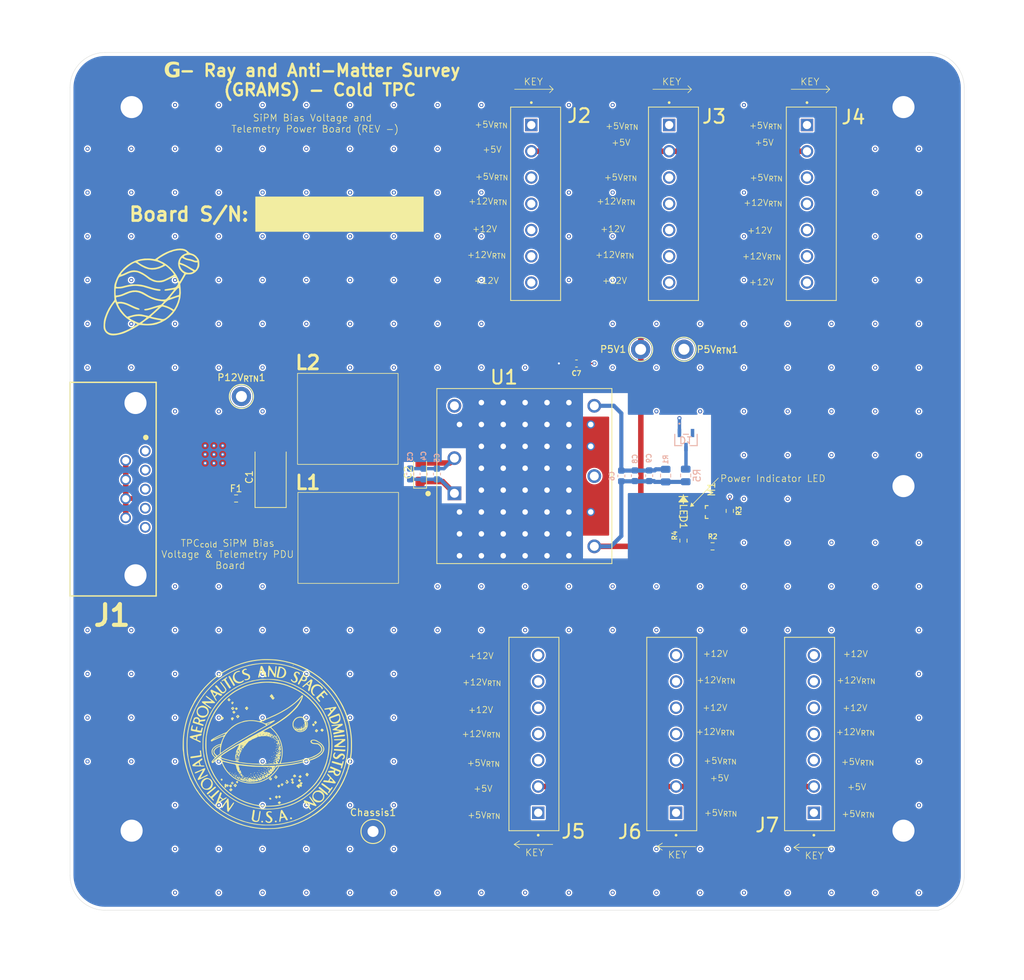
<source format=kicad_pcb>
(kicad_pcb (version 20241229) (generator "pcbnew") (generator_version "9.0")
  (layers (0 "F.Cu" signal) (4 "In1.Cu" signal) (6 "In2.Cu" signal) (8 "In3.Cu" signal) (10 "In4.Cu" signal) (2 "B.Cu" signal) (13 "F.Paste" user) (15 "B.Paste" user) (5 "F.SilkS" user "F.Silkscreen") (7 "B.SilkS" user "B.Silkscreen") (1 "F.Mask" user) (3 "B.Mask" user) (25 "Edge.Cuts" user))
  (net 0 "")
  (net 1 "Net-(C1-Pad1)")
  (net 2 "/V_SEC_RTN")
  (net 3 "/Telem_PWR_Single_Rail/V_POS")
  (net 4 "/V_P5V")
  (net 5 "CHASSIS")
  (net 6 "/V_SEC_IN")
  (net 9 "/Telem_PWR_Single_Rail/V_RTN")
  (net 10 "/V_P5V_RTN")
  (net 11 "Net-(LED1-Pad2)")
  (net 12 "Net-(LED1-Pad1)")
  (net 13 "Net-(M1-Pad1)")
  (net 16 "Net-(D1-C)")
  (footprint "Capacitor_Tantalum_SMD:CP_EIA-7343-20_Kemet-V" (layer "F.Cu") (at 255.17 193.69 90)
    (property "Reference" "C1")
    (property "Value" "100uF")
  )
  (footprint "MountingHole:MountingHole_3.2mm_M3_Pad" (layer "F.Cu") (at 235 140)
    (property "Reference" "H6")
    (property "Value" "MountingHole_Pad")
  )
  (footprint "Capacitor_Tantalum_SMD:CP_EIA-3216-12_Kemet-S" (layer "F.Cu") (at 276.860221 192.990657 90)
    (property "Reference" "C2")
    (property "Value" "10uF")
  )
  (footprint "Wurth_Elektronik:PHOENIX_1803471" (layer "F.Cu") (at 297 245 90)
    (property "Reference" "J5")
    (property "Value" "1803471")
  )
  (footprint "MountingHole:MountingHole_3.2mm_M3_Pad" (layer "F.Cu") (at 347 195)
    (property "Reference" "H5")
    (property "Value" "MountingHole_Pad")
  )
  (footprint "Resistor_SMD:R_0603_1608Metric" (layer "F.Cu") (at 315.076825 202.908175 -90)
    (property "Reference" "R4")
    (property "Value" "200")
  )
  (footprint "Wurth_Elektronik:PHOENIX_1803471" (layer "F.Cu") (at 317 245 90)
    (property "Reference" "J6")
    (property "Value" "1803471")
  )
  (footprint "Wurth_Elektronik:PHOENIX_1803471" (layer "F.Cu") (at 290 140 -90)
    (property "Reference" "J2")
    (property "Value" "1803471")
  )
  (footprint "Capacitor_SMD:C_0603_1608Metric" (layer "F.Cu") (at 299.550221 177.203157 180)
    (property "Reference" "C7")
    (property "Value" "0.1uF")
  )
  (footprint "TestPoint:TestPoint_Keystone_5005-5009_Compact" (layer "F.Cu") (at 315.15 175.14)
    (property "Reference" "P5V_{RTN}1")
    (property "Value" "TestPoint")
  )
  (footprint "Wurth_Elektronik:618009231221" (layer "F.Cu") (at 229.26 195.44 -90)
    (property "Reference" "J1")
    (property "Value" "618009231221")
  )
  (footprint "MountingHole:MountingHole_3.2mm_M3_Pad" (layer "F.Cu") (at 347 245)
    (property "Reference" "H2")
    (property "Value" "MountingHole_Pad")
  )
  (footprint "Wurth_Elektronik:PHOENIX_1803471" (layer "F.Cu") (at 337 245 90)
    (property "Reference" "J7")
    (property "Value" "1803471")
  )
  (footprint "MountingHole:MountingHole_3.2mm_M3_Pad" (layer "F.Cu") (at 235 245)
    (property "Reference" "H1")
    (property "Value" "MountingHole_Pad")
  )
  (footprint "CoilCraft:MLC1538-" (layer "F.Cu") (at 273.67 186.891 90)
    (property "Reference" "L2")
    (property "Value" "1.5uH")
  )
  (footprint "Wurth_Elektronik:PHOENIX_1803471" (layer "F.Cu") (at 330 140 -90)
    (property "Reference" "J4")
    (property "Value" "1803471")
  )
  (footprint "Resistor_SMD:R_0603_1608Metric" (layer "F.Cu") (at 319.296825 203.738175)
    (property "Reference" "R2")
    (property "Value" "49.9k")
  )
  (footprint "TestPoint:TestPoint_Keystone_5005-5009_Compact" (layer "F.Cu") (at 250.93 181.99)
    (property "Reference" "P12V_{RTN}1")
    (property "Value" "TestPoint")
  )
  (footprint "NASA_Meatball:NASA-Meatball-3" (layer "F.Cu") (at 254.635 232.41)
    (property "Reference" "G***" (hide yes))
    (property "Value" "LOGO" (hide yes))
  )
  (footprint "Wurth_Elektronik:LED_0AS75000_WRE" (layer "F.Cu") (at 315.066825 199.398175 -90)
    (property "Reference" "LED1")
    (property "Value" "150060AS75000")
  )
  (footprint "TestPoint:TestPoint_Keystone_5005-5009_Compact" (layer "F.Cu") (at 308.86 175.16)
    (property "Reference" "P5V1")
    (property "Value" "TestPoint")
  )
  (footprint "CUI:CONV_PDQ10-Q24-S3-D" (layer "F.Cu") (at 291.987721 193.543157 90)
    (property "Reference" "U1")
    (property "Value" "PDQ10-Q24-S5-D")
  )
  (footprint "Toshiba_Semi:SSM_TOS" (layer "F.Cu") (at 318.776825 198.758175 90)
    (property "Reference" "M1")
    (property "Value" "SSM3K15AFS_LF")
  )
  (footprint "Resistor_SMD:R_0603_1608Metric" (layer "F.Cu") (at 250.160221 196.793157)
    (property "Reference" "F1")
    (property "Value" "Fuse")
  )
  (footprint "Wurth_Elektronik:PHOENIX_1803471" (layer "F.Cu") (at 310 140 -90)
    (property "Reference" "J3")
    (property "Value" "1803471")
  )
  (footprint "CoilCraft:MLC1538-" (layer "F.Cu") (at 273.73 204.161 90)
    (property "Reference" "L1")
    (property "Value" "1.5uH")
  )
  (footprint "TestPoint:TestPoint_Keystone_5005-5009_Compact" (layer "F.Cu") (at 270.03 245.11)
    (property "Reference" "Chassis1")
    (property "Value" "TestPoint")
  )
  (footprint "NASA_Meatball:Orbit_Image" (layer "F.Cu") (at 237.778501 166.52426)
    (property "Reference" "G***" (hide yes))
    (property "Value" "LOGO" (hide yes))
  )
  (footprint "MountingHole:MountingHole_3.2mm_M3_Pad" (layer "F.Cu") (at 347 140)
    (property "Reference" "H3")
    (property "Value" "MountingHole_Pad")
  )
  (footprint "Resistor_SMD:R_0603_1608Metric" (layer "F.Cu") (at 321.796825 198.598175 -90)
    (property "Reference" "R3")
    (property "Value" "49.9k")
  )
  (footprint "Capacitor_SMD:C_0603_1608Metric" (layer "B.Cu") (at 277.370221 193.243157 90)
    (property "Reference" "C4")
    (property "Value" "0.1uF")
  )
  (footprint "Capacitor_SMD:C_0603_1608Metric" (layer "B.Cu") (at 275.430221 193.233157 90)
    (property "Reference" "C3")
    (property "Value" "1uF")
  )
  (footprint "Nexperia:PLVA650A_215_NEX" (layer "B.Cu") (at 315.44 188.3025)
    (property "Reference" "D1")
    (property "Value" "PLVA653A_215")
  )
  (footprint "Capacitor_SMD:C_0603_1608Metric" (layer "B.Cu") (at 310.100221 193.493157 90)
    (property "Reference" "C9")
    (property "Value" "1uF")
  )
  (footprint "Resistor_SMD:R_0805_2012Metric" (layer "B.Cu") (at 315.4 193.4525 90)
    (property "Reference" "R5")
    (property "Value" "10")
  )
  (footprint "Capacitor_SMD:C_0603_1608Metric" (layer "B.Cu") (at 306.060221 193.523157 90)
    (property "Reference" "C6")
    (property "Value" "0.01uF")
  )
  (footprint "Capacitor_SMD:C_0603_1608Metric" (layer "B.Cu") (at 279.300221 193.243157 90)
    (property "Reference" "C5")
    (property "Value" "0.01uF")
  )
  (footprint "Resistor_SMD:R_0805_2012Metric" (layer "B.Cu") (at 312.490221 193.473157 90)
    (property "Reference" "R1")
    (property "Value" "(DNI)")
  )
  (footprint "Capacitor_SMD:C_0603_1608Metric" (layer "B.Cu") (at 308.030221 193.493157 90)
    (property "Reference" "C8")
    (property "Value" "0.1uF")
  )
  (gr_line (start 290.576 137.414) (end 296.164 137.414) (stroke (width 0.1)) (layer "F.SilkS"))
  (gr_poly (pts (xy 253.002 153.04) (xy 253.002 158.04) (xy 277.32 158.04) (xy 277.32 153.04)) (stroke (width 0.1)) (fill yes) (layer "F.SilkS"))
  (gr_line (start 335.788 137.922) (end 336.296 137.414) (stroke (width 0.1)) (layer "F.SilkS"))
  (gr_line (start 310.642 137.414) (end 316.23 137.414) (stroke (width 0.1)) (layer "F.SilkS"))
  (gr_line (start 296.104 246.99) (end 290.516 246.99) (stroke (width 0.1)) (layer "F.SilkS"))
  (gr_line (start 330.708 137.414) (end 336.296 137.414) (stroke (width 0.1)) (layer "F.SilkS"))
  (gr_line (start 316.105 197.95) (end 320.135 193.83) (stroke (width 0.1)) (layer "F.SilkS"))
  (gr_line (start 312.008 247.818) (end 311.246 247.31) (stroke (width 0.1)) (layer "F.SilkS"))
  (gr_line (start 296.164 137.414) (end 295.656 136.906) (stroke (width 0.1)) (layer "F.SilkS"))
  (gr_line (start 331.858 247.938) (end 331.096 247.43) (stroke (width 0.1)) (layer "F.SilkS"))
  (gr_line (start 295.656 137.922) (end 296.164 137.414) (stroke (width 0.1)) (layer "F.SilkS"))
  (gr_line (start 290.516 246.99) (end 291.278 246.482) (stroke (width 0.1)) (layer "F.SilkS"))
  (gr_poly (pts (xy 316.105 197.95) (xy 316.23 197.45) (xy 316.57 197.87)) (stroke (width 0.1)) (fill yes) (layer "F.SilkS"))
  (gr_line (start 316.834 247.31) (end 311.246 247.31) (stroke (width 0.1)) (layer "F.SilkS"))
  (gr_line (start 291.278 247.498) (end 290.516 246.99) (stroke (width 0.1)) (layer "F.SilkS"))
  (gr_line (start 336.296 137.414) (end 335.788 136.906) (stroke (width 0.1)) (layer "F.SilkS"))
  (gr_line (start 315.722 137.922) (end 316.23 137.414) (stroke (width 0.1)) (layer "F.SilkS"))
  (gr_line (start 316.23 137.414) (end 315.722 136.906) (stroke (width 0.1)) (layer "F.SilkS"))
  (gr_line (start 336.684 247.43) (end 331.096 247.43) (stroke (width 0.1)) (layer "F.SilkS"))
  (gr_line (start 311.246 247.31) (end 312.008 246.802) (stroke (width 0.1)) (layer "F.SilkS"))
  (gr_line (start 331.096 247.43) (end 331.858 246.922) (stroke (width 0.1)) (layer "F.SilkS"))
  (gr_line (start 355.817898 195.58) (end 355.817898 137.16) (stroke (width 0.05)) (layer "Edge.Cuts"))
  (gr_arc (start 231.14 256.54) (mid 227.547898 255.052102) (end 226.06 251.46) (stroke (width 0.05)) (layer "Edge.Cuts"))
  (gr_arc (start 355.823675 251.46) (mid 354.775101 254.625925) (end 352.044 256.539999) (stroke (width 0.05)) (layer "Edge.Cuts"))
  (gr_line (start 226.06 195.58) (end 226.06 137.16) (stroke (width 0.05)) (layer "Edge.Cuts"))
  (gr_line (start 347.98 256.54) (end 350.52 256.54) (stroke (width 0.05)) (layer "Edge.Cuts"))
  (gr_line (start 347.98 256.54) (end 231.14 256.54) (stroke (width 0.05)) (layer "Edge.Cuts"))
  (gr_line (start 352.044 256.539999) (end 350.52 256.54) (stroke (width 0.05)) (layer "Edge.Cuts"))
  (gr_line (start 231.14 132.08) (end 350.737898 132.08) (stroke (width 0.05)) (layer "Edge.Cuts"))
  (gr_arc (start 350.737898 132.08) (mid 354.33 133.567898) (end 355.817898 137.16) (stroke (width 0.05)) (layer "Edge.Cuts"))
  (gr_arc (start 226.06 137.16) (mid 227.547898 133.567898) (end 231.14 132.08) (stroke (width 0.05)) (layer "Edge.Cuts"))
  (gr_line (start 226.06 251.46) (end 226.06 195.58) (stroke (width 0.05)) (layer "Edge.Cuts"))
  (gr_line (start 355.817898 251.46) (end 355.817898 195.58) (stroke (width 0.05)) (layer "Edge.Cuts"))
  (gr_text "+12V_{RTN}" (at 283.81 154.19 0) (layer "F.SilkS") (effects (font (size 0.9 0.9) (thickness 0.1)) (justify left bottom)))
  (gr_text "+5V_{RTN}" (at 283.6 235.7 0) (layer "F.SilkS") (effects (font (size 0.9 0.9) (thickness 0.1)) (justify left bottom)))
  (gr_text "+5V_{RTN}" (at 318.02 242.93 0) (layer "F.SilkS") (effects (font (size 0.9 0.9) (thickness 0.1)) (justify left bottom)))
  (gr_text "SiPM Bias Voltage and \nTelemetry Power Board (REV -)" (at 261.62 143.764 0) (layer "F.SilkS") (effects (font (size 1 1) (thickness 0.1)) (justify bottom)))
  (gr_text "+12V_{RTN}" (at 283.62 161.96 0) (layer "F.SilkS") (effects (font (size 0.9 0.9) (thickness 0.1)) (justify left bottom)))
  (gr_text "KEY" (at 292.04 248.768 0) (layer "F.SilkS") (effects (font (size 1 1) (thickness 0.1)) (justify left bottom)))
  (gr_text "+12V" (at 303.22 165.71 0) (layer "F.SilkS") (effects (font (size 0.9 0.9) (thickness 0.1)) (justify left bottom)))
  (gr_text "+12V" (at 338.1 227.7 0) (layer "F.SilkS") (effects (font (size 0.9 0.9) (thickness 0.1)) (justify left bottom)))
  (gr_text "KEY" (at 312.77 249.088 0) (layer "F.SilkS") (effects (font (size 1 1) (thickness 0.1)) (justify left bottom)))
  (gr_text "+12V_{RTN}" (at 302.41 154.19 0) (layer "F.SilkS") (effects (font (size 0.9 0.9) (thickness 0.1)) (justify left bottom)))
  (gr_text "+5V_{RTN}" (at 284.79 150.61 0) (layer "F.SilkS") (effects (font (size 0.9 0.9) (thickness 0.1)) (justify left bottom)))
  (gr_text "+5V" (at 318.86 237.89 0) (layer "F.SilkS") (effects (font (size 0.9 0.9) (thickness 0.1)) (justify left bottom)))
  (gr_text "+5V_{RTN}" (at 337.9 235.53 0) (layer "F.SilkS") (effects (font (size 0.9 0.9) (thickness 0.1)) (justify left bottom)))
  (gr_text "+5V_{RTN}" (at 303.5 150.71 0) (layer "F.SilkS") (effects (font (size 0.9 0.9) (thickness 0.1)) (justify left bottom)))
  (gr_text "+12V" (at 283.79 227.99 0) (layer "F.SilkS") (effects (font (size 0.9 0.9) (thickness 0.1)) (justify left bottom)))
  (gr_text "+5V" (at 285.87 146.68 0) (layer "F.SilkS") (effects (font (size 0.9 0.9) (thickness 0.1)) (justify left bottom)))
  (gr_text "+12V" (at 284.62 165.71 0) (layer "F.SilkS") (effects (font (size 0.9 0.9) (thickness 0.1)) (justify left bottom)))
  (gr_text "+5V_{RTN}" (at 317.95 235.37 0) (layer "F.SilkS") (effects (font (size 0.9 0.9) (thickness 0.1)) (justify left bottom)))
  (gr_text "+12V" (at 284.36 158.21 0) (layer "F.SilkS") (effects (font (size 0.9 0.9) (thickness 0.1)) (justify left bottom)))
  (gr_text "+12V_{RTN}" (at 323.73 154.4 0) (layer "F.SilkS") (effects (font (size 0.9 0.9) (thickness 0.1)) (justify left bottom)))
  (gr_text "+12V" (at 324.28 158.42 0) (layer "F.SilkS") (effects (font (size 0.9 0.9) (thickness 0.1)) (justify left bottom)))
  (gr_text "+12V_{RTN}" (at 302.22 161.96 0) (layer "F.SilkS") (effects (font (size 0.9 0.9) (thickness 0.1)) (justify left bottom)))
  (gr_text "+5V" (at 304.57 145.67 0) (layer "F.SilkS") (effects (font (size 0.9 0.9) (thickness 0.1)) (justify left bottom)))
  (gr_text "+12V" (at 338.17 219.87 0) (layer "F.SilkS") (effects (font (size 0.9 0.9) (thickness 0.1)) (justify left bottom)))
  (gr_text "+12V_{RTN}" (at 323.54 162.17 0) (layer "F.SilkS") (effects (font (size 0.9 0.9) (thickness 0.1)) (justify left bottom)))
  (gr_text "+12V" (at 283.86 220.16 0) (layer "F.SilkS") (effects (font (size 0.9 0.9) (thickness 0.1)) (justify left bottom)))
  (gr_text "+5V_{RTN}" (at 337.97 243.09 0) (layer "F.SilkS") (effects (font (size 0.9 0.9) (thickness 0.1)) (justify left bottom)))
  (gr_text "KEY" (at 331.978 136.906 0) (layer "F.SilkS") (effects (font (size 1 1) (thickness 0.1)) (justify left bottom)))
  (gr_text "+5V_{RTN}" (at 324.63 150.76 0) (layer "F.SilkS") (effects (font (size 0.9 0.9) (thickness 0.1)) (justify left bottom)))
  (gr_text "+12V" (at 317.78 227.67 0) (layer "F.SilkS") (effects (font (size 0.9 0.9) (thickness 0.1)) (justify left bottom)))
  (gr_text "KEY" (at 332.62 249.208 0) (layer "F.SilkS") (effects (font (size 1 1) (thickness 0.1)) (justify left bottom)))
  (gr_text "+12V_{RTN}" (at 337.24 223.69 0) (layer "F.SilkS") (effects (font (size 0.9 0.9) (thickness 0.1)) (justify left bottom)))
  (gr_text "+5V" (at 284.55 239.42 0) (layer "F.SilkS") (effects (font (size 0.9 0.9) (thickness 0.1)) (justify left bottom)))
  (gr_text "Power Indicator LED" (at 320.34 194.48 0) (layer "F.SilkS") (effects (font (size 1 1) (thickness 0.1)) (justify left bottom)))
  (gr_text "+12V" (at 302.96 158.21 0) (layer "F.SilkS") (effects (font (size 0.9 0.9) (thickness 0.1)) (justify left bottom)))
  (gr_text "+12V_{RTN}" (at 316.83 231.16 0) (layer "F.SilkS") (effects (font (size 0.9 0.9) (thickness 0.1)) (justify left bottom)))
  (gr_text "+5V" (at 338.78 239.18 0) (layer "F.SilkS") (effects (font (size 0.9 0.9) (thickness 0.1)) (justify left bottom)))
  (gr_text "KEY" (at 311.912 136.906 0) (layer "F.SilkS") (effects (font (size 1 1) (thickness 0.1)) (justify left bottom)))
  (gr_text "+12V" (at 317.85 219.84 0) (layer "F.SilkS") (effects (font (size 0.9 0.9) (thickness 0.1)) (justify left bottom)))
  (gr_text "Board S/N:" (at 234.442 156.718 0) (layer "F.SilkS") (effects (font (size 2 2) (thickness 0.4) (bold yes)) (justify left bottom)))
  (gr_text "+5V" (at 325.35 145.67 0) (layer "F.SilkS") (effects (font (size 0.9 0.9) (thickness 0.1)) (justify left bottom)))
  (gr_text "- Ray and Anti-Matter Survey\n(GRAMS) - Cold TPC" (at 262.32 138.53 0) (layer "F.SilkS") (effects (font (size 1.75 1.75) (thickness 0.35) (bold yes)) (justify bottom)))
  (gr_text "+5V_{RTN}" (at 324.56 143.2 0) (layer "F.SilkS") (effects (font (size 0.9 0.9) (thickness 0.1)) (justify left bottom)))
  (gr_text "KEY" (at 291.846 136.906 0) (layer "F.SilkS") (effects (font (size 1 1) (thickness 0.1)) (justify left bottom)))
  (gr_text "+5V_{RTN}" (at 284.72 143.05 0) (layer "F.SilkS") (effects (font (size 0.9 0.9) (thickness 0.1)) (justify left bottom)))
  (gr_text "+12V_{RTN}" (at 316.92 223.66 0) (layer "F.SilkS") (effects (font (size 0.9 0.9) (thickness 0.1)) (justify left bottom)))
  (gr_text "+5V_{RTN}" (at 283.67 243.26 0) (layer "F.SilkS") (effects (font (size 0.9 0.9) (thickness 0.1)) (justify left bottom)))
  (gr_text "+5V_{RTN}" (at 303.69 143.28 0) (layer "F.SilkS") (effects (font (size 0.9 0.9) (thickness 0.1)) (justify left bottom)))
  (gr_text "+12V_{RTN}" (at 282.84 231.48 0) (layer "F.SilkS") (effects (font (size 0.9 0.9) (thickness 0.1)) (justify left bottom)))
  (gr_text "G" (at 239.65 136.05 0) (layer "F.SilkS") (effects (font (size 2.2 2.2) (thickness 0.5) (bold yes)) (justify left bottom)))
  (gr_text "+12V_{RTN}" (at 282.93 223.98 0) (layer "F.SilkS") (effects (font (size 0.9 0.9) (thickness 0.1)) (justify left bottom)))
  (gr_text "+12V_{RTN}" (at 337.15 231.19 0) (layer "F.SilkS") (effects (font (size 0.9 0.9) (thickness 0.1)) (justify left bottom)))
  (gr_text "TPC_{cold} SiPM Bias \nVoltage & Telemetry PDU \nBoard" (at 249.31 207.09 0) (layer "F.SilkS") (effects (font (size 1 1) (thickness 0.1)) (justify bottom)))
  (gr_text "+12V" (at 324.54 165.92 0) (layer "F.SilkS") (effects (font (size 0.9 0.9) (thickness 0.1)) (justify left bottom)))
  (segment (start 257.061 202.461) (end 255.17 200.57) (width 0.8) (layer "F.Cu") (net 1))
  (segment (start 261.63 202.461) (end 257.061 202.461) (width 0.8) (layer "F.Cu") (net 1))
  (segment (start 255.17 196.8025) (end 250.994564 196.8025) (width 0.8) (layer "F.Cu") (net 1))
  (segment (start 255.17 200.57) (end 255.17 196.8025) (width 0.8) (layer "F.Cu") (net 1))
  (segment (start 250.994564 196.8025) (end 250.985221 196.793157) (width 0.8) (layer "F.Cu") (net 1))
  (segment (start 255.17 186.74) (end 255.17 190.5775) (width 0.8) (layer "F.Cu") (net 2))
  (segment (start 256.719 185.191) (end 255.17 186.74) (width 0.8) (layer "F.Cu") (net 2))
  (segment (start 255.17 190.5775) (end 245.8475 190.5775) (width 0.8) (layer "F.Cu") (net 2))
  (segment (start 245.8475 190.5775) (end 245.67 190.4) (width 0.8) (layer "F.Cu") (net 2))
  (segment (start 261.57 185.191) (end 256.719 185.191) (width 0.8) (layer "F.Cu") (net 2))
  (via (at 336.55 247.65) (size 0.6) (drill 0.3) (layers "F.Cu" "B.Cu") (net 2))
  (via (at 245.67 190.4) (size 0.6) (drill 0.3) (layers "F.Cu" "B.Cu") (net 2))
  (via (at 323.85 165.1) (size 0.6) (drill 0.3) (layers "F.Cu" "B.Cu") (net 2))
  (via (at 304.8 209.55) (size 0.6) (drill 0.3) (layers "F.Cu" "B.Cu") (net 2))
  (via (at 273.05 152.4) (size 0.6) (drill 0.3) (layers "F.Cu" "B.Cu") (net 2))
  (via (at 323.85 215.9) (size 0.6) (drill 0.3) (layers "F.Cu" "B.Cu") (net 2))
  (via (at 336.55 171.45) (size 0.6) (drill 0.3) (layers "F.Cu" "B.Cu") (net 2))
  (via (at 317.5 209.55) (size 0.6) (drill 0.3) (layers "F.Cu" "B.Cu") (net 2))
  (via (at 323.85 209.55) (size 0.6) (drill 0.3) (layers "F.Cu" "B.Cu") (net 2))
  (via (at 247.65 158.75) (size 0.6) (drill 0.3) (layers "F.Cu" "B.Cu") (net 2))
  (via (at 323.85 177.8) (size 0.6) (drill 0.3) (layers "F.Cu" "B.Cu") (net 2))
  (via (at 228.6 222.25) (size 0.6) (drill 0.3) (layers "F.Cu" "B.Cu") (net 2))
  (via (at 241.3 171.45) (size 0.6) (drill 0.3) (layers "F.Cu" "B.Cu") (net 2))
  (via (at 285.75 215.9) (size 0.6) (drill 0.3) (layers "F.Cu" "B.Cu") (net 2))
  (via (at 285.75 171.45) (size 0.6) (drill 0.3) (layers "F.Cu" "B.Cu") (net 2))
  (via (at 254 228.6) (size 0.6) (drill 0.3) (layers "F.Cu" "B.Cu") (net 2))
  (via (at 311.15 171.45) (size 0.6) (drill 0.3) (layers "F.Cu" "B.Cu") (net 2))
  (via (at 279.4 165.1) (size 0.6) (drill 0.3) (layers "F.Cu" "B.Cu") (net 2))
  (via (at 273.05 139.7) (size 0.6) (drill 0.3) (layers "F.Cu" "B.Cu") (net 2))
  (via (at 323.85 190.5) (size 0.6) (drill 0.3) (layers "F.Cu" "B.Cu") (net 2))
  (via (at 273.05 228.6) (size 0.6) (drill 0.3) (layers "F.Cu" "B.Cu") (net 2))
  (via (at 266.7 171.45) (size 0.6) (drill 0.3) (layers "F.Cu" "B.Cu") (net 2))
  (via (at 266.7 158.75) (size 0.6) (drill 0.3) (layers "F.Cu" "B.Cu") (net 2))
  (via (at 273.05 165.1) (size 0.6) (drill 0.3) (layers "F.Cu" "B.Cu") (net 2))
  (via (at 247.65 254) (size 0.6) (drill 0.3) (layers "F.Cu" "B.Cu") (net 2))
  (via (at 273.05 158.75) (size 0.6) (drill 0.3) (layers "F.Cu" "B.Cu") (net 2))
  (via (at 260.35 165.1) (size 0.6) (drill 0.3) (layers "F.Cu" "B.Cu") (net 2))
  (via (at 349.25 203.2) (size 0.6) (drill 0.3) (layers "F.Cu" "B.Cu") (net 2))
  (via (at 349.25 152.4) (size 0.6) (drill 0.3) (layers "F.Cu" "B.Cu") (net 2))
  (via (at 273.05 241.3) (size 0.6) (drill 0.3) (layers "F.Cu" "B.Cu") (net 2))
  (via (at 248.21 190.4) (size 0.6) (drill 0.3) (layers "F.Cu" "B.Cu") (net 2))
  (via (at 323.85 184.15) (size 0.6) (drill 0.3) (layers "F.Cu" "B.Cu") (net 2))
  (via (at 311.15 184.15) (size 0.6) (drill 0.3) (layers "F.Cu" "B.Cu") (net 2))
  (via (at 330.2 184.15) (size 0.6) (drill 0.3) (layers "F.Cu" "B.Cu") (net 2))
  (via (at 241.3 228.6) (size 0.6) (drill 0.3) (layers "F.Cu" "B.Cu") (net 2))
  (via (at 266.7 139.7) (size 0.6) (drill 0.3) (layers "F.Cu" "B.Cu") (net 2))
  (via (at 273.05 222.25) (size 0.6) (drill 0.3) (layers "F.Cu" "B.Cu") (net 2))
  (via (at 241.3 177.8) (size 0.6) (drill 0.3) (layers "F.Cu" "B.Cu") (net 2))
  (via (at 330.2 247.65) (size 0.6) (drill 0.3) (layers "F.Cu" "B.Cu") (net 2))
  (via (at 317.5 254) (size 0.6) (drill 0.3) (layers "F.Cu" "B.Cu") (net 2))
  (via (at 273.05 234.95) (size 0.6) (drill 0.3) (layers "F.Cu" "B.Cu") (net 2))
  (via (at 342.9 152.4) (size 0.6) (drill 0.3) (layers "F.Cu" "B.Cu") (net 2))
  (via (at 292.1 254) (size 0.6) (drill 0.3) (layers "F.Cu" "B.Cu") (net 2))
  (via (at 349.25 171.45) (size 0.6) (drill 0.3) (layers "F.Cu" "B.Cu") (net 2))
  (via (at 304.8 171.45) (size 0.6) (drill 0.3) (layers "F.Cu" "B.Cu") (net 2))
  (via (at 349.25 254) (size 0.6) (drill 0.3) (layers "F.Cu" "B.Cu") (net 2))
  (via (at 336.55 254) (size 0.6) (drill 0.3) (layers "F.Cu" "B.Cu") (net 2))
  (via (at 260.35 139.7) (size 0.6) (drill 0.3) (layers "F.Cu" "B.Cu") (net 2))
  (via (at 317.5 247.65) (size 0.6) (drill 0.3) (layers "F.Cu" "B.Cu") (net 2))
  (via (at 266.7 247.65) (size 0.6) (drill 0.3) (layers "F.Cu" "B.Cu") (net 2))
  (via (at 342.9 171.45) (size 0.6) (drill 0.3) (layers "F.Cu" "B.Cu") (net 2))
  (via (at 304.8 158.75) (size 0.6) (drill 0.3) (layers "F.Cu" "B.Cu") (net 2))
  (via (at 246.94 191.67) (size 0.6) (drill 0.3) (layers "F.Cu" "B.Cu") (net 2))
  (via (at 342.9 146.05) (size 0.6) (drill 0.3) (layers "F.Cu" "B.Cu") (net 2))
  (via (at 336.55 209.55) (size 0.6) (drill 0.3) (layers "F.Cu" "B.Cu") (net 2))
  (via (at 279.4 209.55) (size 0.6) (drill 0.3) (layers "F.Cu" "B.Cu") (net 2))
  (via (at 304.8 177.8) (size 0.6) (drill 0.3) (layers "F.Cu" "B.Cu") (net 2))
  (via (at 254 146.05) (size 0.6) (drill 0.3) (layers "F.Cu" "B.Cu") (net 2))
  (via (at 247.65 184.15) (size 0.6) (drill 0.3) (layers "F.Cu" "B.Cu") (net 2))
  (via (at 285.75 254) (size 0.6) (drill 0.3) (layers "F.Cu" "B.Cu") (net 2))
  (via (at 228.6 152.4) (size 0.6) (drill 0.3) (layers "F.Cu" "B.Cu") (net 2))
  (via (at 311.15 254) (size 0.6) (drill 0.3) (layers "F.Cu" "B.Cu") (net 2))
  (via (at 247.65 209.55) (size 0.6) (drill 0.3) (layers "F.Cu" "B.Cu") (net 2))
  (via (at 241.3 139.7) (size 0.6) (drill 0.3) (layers "F.Cu" "B.Cu") (net 2))
  (via (at 292.1 215.9) (size 0.6) (drill 0.3) (layers "F.Cu" "B.Cu") (net 2))
  (via (at 266.7 177.8) (size 0.6) (drill 0.3) (layers "F.Cu" "B.Cu") (net 2))
  (via (at 247.65 215.9) (size 0.6) (drill 0.3) (layers "F.Cu" "B.Cu") (net 2))
  (via (at 330.2 190.5) (size 0.6) (drill 0.3) (layers "F.Cu" "B.Cu") (net 2))
  (via (at 273.05 171.45) (size 0.6) (drill 0.3) (layers "F.Cu" "B.Cu") (net 2))
  (via (at 241.3 234.95) (size 0.6) (drill 0.3) (layers "F.Cu" "B.Cu") (net 2))
  (via (at 241.3 165.1) (size 0.6) (drill 0.3) (layers "F.Cu" "B.Cu") (net 2))
  (via (at 254 177.8) (size 0.6) (drill 0.3) (layers "F.Cu" "B.Cu") (net 2))
  (via (at 298.45 254) (size 0.6) (drill 0.3) (layers "F.Cu" "B.Cu") (net 2))
  (via (at 266.7 152.4) (size 0.6) (drill 0.3) (layers "F.Cu" "B.Cu") (net 2))
  (via (at 241.3 152.4) (size 0.6) (drill 0.3) (layers "F.Cu" "B.Cu") (net 2))
  (via (at 247.65 177.8) (size 0.6) (drill 0.3) (layers "F.Cu" "B.Cu") (net 2))
  (via (at 247.65 234.95) (size 0.6) (drill 0.3) (layers "F.Cu" "B.Cu") (net 2))
  (via (at 247.65 165.1) (size 0.6) (drill 0.3) (layers "F.Cu" "B.Cu") (net 2))
  (via (at 260.35 171.45) (size 0.6) (drill 0.3) (layers "F.Cu" "B.Cu") (net 2))
  (via (at 273.05 215.9) (size 0.6) (drill 0.3) (layers "F.Cu" "B.Cu") (net 2))
  (via (at 260.35 234.95) (size 0.6) (drill 0.3) (layers "F.Cu" "B.Cu") (net 2))
  (via (at 241.3 254) (size 0.6) (drill 0.3) (layers "F.Cu" "B.Cu") (net 2))
  (via (at 330.2 177.8) (size 0.6) (drill 0.3) (layers "F.Cu" "B.Cu") (net 2))
  (via (at 260.35 222.25) (size 0.6) (drill 0.3) (layers "F.Cu" "B.Cu") (net 2))
  (via (at 254 165.1) (size 0.6) (drill 0.3) (layers "F.Cu" "B.Cu") (net 2))
  (via (at 298.45 209.55) (size 0.6) (drill 0.3) (layers "F.Cu" "B.Cu") (net 2))
  (via (at 254 222.25) (size 0.6) (drill 0.3) (layers "F.Cu" "B.Cu") (net 2))
  (via (at 254 184.15) (size 0.6) (drill 0.3) (layers "F.Cu" "B.Cu") (net 2))
  (via (at 266.7 165.1) (size 0.6) (drill 0.3) (layers "F.Cu" "B.Cu") (net 2))
  (via (at 330.2 209.55) (size 0.6) (drill 0.3) (layers "F.Cu" "B.Cu") (net 2))
  (via (at 245.67 189.13) (size 0.6) (drill 0.3) (layers "F.Cu" "B.Cu") (net 2))
  (via (at 254 209.55) (size 0.6) (drill 0.3) (layers "F.Cu" "B.Cu") (net 2))
  (via (at 349.25 146.05) (size 0.6) (drill 0.3) (layers "F.Cu" "B.Cu") (net 2))
  (via (at 336.55 215.9) (size 0.6) (drill 0.3) (layers "F.Cu" "B.Cu") (net 2))
  (via (at 342.9 203.2) (size 0.6) (drill 0.3) (layers "F.Cu" "B.Cu") (net 2))
  (via (at 279.4 146.05) (size 0.6) (drill 0.3) (layers "F.Cu" "B.Cu") (net 2))
  (via (at 241.3 222.25) (size 0.6) (drill 0.3) (layers "F.Cu" "B.Cu") (net 2))
  (via (at 349.25 241.3) (size 0.6) (drill 0.3) (layers "F.Cu" "B.Cu") (net 2))
  (via (at 349.25 177.8) (size 0.6) (drill 0.3) (layers "F.Cu" "B.Cu") (net 2))
  (via (at 273.05 247.65) (size 0.6) (drill 0.3) (layers "F.Cu" "B.Cu") (net 2))
  (via (at 342.9 209.55) (size 0.6) (drill 0.3) (layers "F.Cu" "B.Cu") (net 2))
  (via (at 254 215.9) (size 0.6) (drill 0.3) (layers "F.Cu" "B.Cu") (net 2))
  (via (at 304.8 254) (size 0.6) (drill 0.3) (layers "F.Cu" "B.Cu") (net 2))
  (via (at 279.4 254) (size 0.6) (drill 0.3) (layers "F.Cu" "B.Cu") (net 2))
  (via (at 311.15 215.9) (size 0.6) (drill 0.3) (layers "F.Cu" "B.Cu") (net 2))
  (via (at 260.35 254) (size 0.6) (drill 0.3) (layers "F.Cu" "B.Cu") (net 2))
  (via (at 254 247.65) (size 0.6) (drill 0.3) (layers "F.Cu" "B.Cu") (net 2))
  (via (at 234.95 177.8) (size 0.6) (drill 0.3) (layers "F.Cu" "B.Cu") (net 2))
  (via (at 336.55 190.5) (size 0.6) (drill 0.3) (layers "F.Cu" "B.Cu") (net 2))
  (via (at 241.3 184.15) (size 0.6) (drill 0.3) (layers "F.Cu" "B.Cu") (net 2))
  (via (at 228.6 171.45) (size 0.6) (drill 0.3) (layers "F.Cu" "B.Cu") (net 2))
  (via (at 311.15 209.55) (size 0.6) (drill 0.3) (layers "F.Cu" "B.Cu") (net 2))
  (via (at 323.85 196.85) (size 0.6) (drill 0.3) (layers "F.Cu" "B.Cu") (net 2))
  (via (at 234.95 165.1) (size 0.6) (drill 0.3) (layers "F.Cu" "B.Cu") (net 2))
  (via (at 241.3 247.65) (size 0.6) (drill 0.3) (layers "F.Cu" "B.Cu") (net 2))
  (via (at 279.4 171.45) (size 0.6) (drill 0.3) (layers "F.Cu" "B.Cu") (net 2))
  (via (at 260.35 228.6) (size 0.6) (drill 0.3) (layers "F.Cu" "B.Cu") (net 2))
  (via (at 349.25 215.9) (size 0.6) (drill 0.3) (layers "F.Cu" "B.Cu") (net 2))
  (via (at 266.7 241.3) (size 0.6) (drill 0.3) (layers "F.Cu" "B.Cu") (net 2))
  (via (at 254 158.75) (size 0.6) (drill 0.3) (layers "F.Cu" "B.Cu") (net 2))
  (via (at 247.65 171.45) (size 0.6) (drill 0.3) (layers "F.Cu" "B.Cu") (net 2))
  (via (at 323.85 203.2) (size 0.6) (drill 0.3) (layers "F.Cu" "B.Cu") (net 2))
  (via (at 285.75 158.75) (size 0.6) (drill 0.3) (layers "F.Cu" "B.Cu") (net 2))
  (via (at 247.65 228.6) (size 0.6) (drill 0.3) (layers "F.Cu" "B.Cu") (net 2))
  (via (at 285.75 139.7) (size 0.6) (drill 0.3) (layers "F.Cu" "B.Cu") (net 2))
  (via (at 234.95 171.45) (size 0.6) (drill 0.3) (layers "F.Cu" "B.Cu") (net 2))
  (via (at 254 254) (size 0.6) (drill 0.3) (layers "F.Cu" "B.Cu") (net 2))
  (via (at 247.65 222.25) (size 0.6) (drill 0.3) (layers "F.Cu" "B.Cu") (net 2))
  (via (at 304.8 139.7) (size 0.6) (drill 0.3) (layers "F.Cu" "B.Cu") (net 2))
  (via (at 260.35 247.65) (size 0.6) (drill 0.3) (layers "F.Cu" "B.Cu") (net 2))
  (via (at 336.55 184.15) (size 0.6) (drill 0.3) (layers "F.Cu" "B.Cu") (net 2))
  (via (at 260.35 158.75) (size 0.6) (drill 0.3) (layers "F.Cu" "B.Cu") (net 2))
  (via (at 285.75 209.55) (size 0.6) (drill 0.3) (layers "F.Cu" "B.Cu") (net 2))
  (via (at 285.75 152.4) (size 0.6) (drill 0.3) (layers "F.Cu" "B.Cu") (net 2))
  (via (at 342.9 158.75) (size 0.6) (drill 0.3) (layers "F.Cu" "B.Cu") (net 2))
  (via (at 349.25 190.5) (size 0.6) (drill 0.3) (layers "F.Cu" "B.Cu") (net 2))
  (via (at 342.9 165.1) (size 0.6) (drill 0.3) (layers "F.Cu" "B.Cu") (net 2))
  (via (at 234.95 215.9) (size 0.6) (drill 0.3) (layers "F.Cu" "B.Cu") (net 2))
  (via (at 342.9 190.5) (size 0.6) (drill 0.3) (layers "F.Cu" "B.Cu") (net 2))
  (via (at 349.25 234.95) (size 0.6) (drill 0.3) (layers "F.Cu" "B.Cu") (net 2))
  (via (at 342.9 177.8) (size 0.6) (drill 0.3) (layers "F.Cu" "B.Cu") (net 2))
  (via (at 317.5 184.15) (size 0.6) (drill 0.3) (layers "F.Cu" "B.Cu") (net 2))
  (via (at 273.05 177.8) (size 0.6) (drill 0.3) (layers "F.Cu" "B.Cu") (net 2))
  (via (at 228.6 146.05) (size 0.6) (drill 0.3) (layers "F.Cu" "B.Cu") (net 2))
  (via (at 234.95 158.75) (size 0.6) (drill 0.3) (layers "F.Cu" "B.Cu") (net 2))
  (via (at 279.4 152.4) (size 0.6) (drill 0.3) (layers "F.Cu" "B.Cu") (net 2))
  (via (at 266.7 254) (size 0.6) (drill 0.3) (layers "F.Cu" "B.Cu") (net 2))
  (via (at 273.05 146.05) (size 0.6) (drill 0.3) (layers "F.Cu" "B.Cu") (net 2))
  (via (at 254 234.95) (size 0.6) (drill 0.3) (layers "F.Cu" "B.Cu") (net 2))
  (via (at 245.67 191.67) (size 0.6) (drill 0.3) (layers "F.Cu" "B.Cu") (net 2))
  (via (at 234.95 234.95) (size 0.6) (drill 0.3) (layers "F.Cu" "B.Cu") (net 2))
  (via (at 330.2 203.2) (size 0.6) (drill 0.3) (layers "F.Cu" "B.Cu") (net 2))
  (via (at 228.6 215.9) (size 0.6) (drill 0.3) (layers "F.Cu" "B.Cu") (net 2))
  (via (at 241.3 241.3) (size 0.6) (drill 0.3) (layers "F.Cu" "B.Cu") (net 2))
  (via (at 317.5 177.8) (size 0.6) (drill 0.3) (layers "F.Cu" "B.Cu") (net 2))
  (via (at 241.3 158.75) (size 0.6) (drill 0.3) (layers "F.Cu" "B.Cu") (net 2))
  (via (at 247.65 139.7) (size 0.6) (drill 0.3) (layers "F.Cu" "B.Cu") (net 2))
  (via (at 241.3 209.55) (size 0.6) (drill 0.3) (layers "F.Cu" "B.Cu") (net 2))
  (via (at 260.35 146.05) (size 0.6) (drill 0.3) (layers "F.Cu" "B.Cu") (net 2))
  (via (at 304.8 152.4) (size 0.6) (drill 0.3) (layers "F.Cu" "B.Cu") (net 2))
  (via (at 323.85 171.45) (size 0.6) (drill 0.3) (layers "F.Cu" "B.Cu") (net 2))
  (via (at 279.4 139.7) (size 0.6) (drill 0.3) (layers "F.Cu" "B.Cu") (net 2))
  (via (at 323.85 254) (size 0.6) (drill 0.3) (layers "F.Cu" "B.Cu") (net 2))
  (via (at 234.95 222.25) (size 0.6) (drill 0.3) (layers "F.Cu" "B.Cu") (net 2))
  (via (at 323.85 152.4) (size 0.6) (drill 0.3) (layers "F.Cu" "B.Cu") (net 2))
  (via (at 330.2 196.85) (size 0.6) (drill 0.3) (layers "F.Cu" "B.Cu") (net 2))
  (via (at 330.2 215.9) (size 0.6) (drill 0.3) (layers "F.Cu" "B.Cu") (net 2))
  (via (at 247.65 241.3) (size 0.6) (drill 0.3) (layers "F.Cu" "B.Cu") (net 2))
  (via (at 349.25 158.75) (size 0.6) (drill 0.3) (layers "F.Cu" "B.Cu") (net 2))
  (via (at 260.35 215.9) (size 0.6) (drill 0.3) (layers "F.Cu" "B.Cu") (net 2))
  (via (at 279.4 177.8) (size 0.6) (drill 0.3) (layers "F.Cu" "B.Cu") (net 2))
  (via (at 260.35 152.4) (size 0.6) (drill 0.3) (layers "F.Cu" "B.Cu") (net 2))
  (via (at 311.15 177.8) (size 0.6) (drill 0.3) (layers "F.Cu" "B.Cu") (net 2))
  (via (at 234.95 228.6) (size 0.6) (drill 0.3) (layers "F.Cu" "B.Cu") (net 2))
  (via (at 260.35 241.3) (size 0.6) (drill 0.3) (layers "F.Cu" "B.Cu") (net 2))
  (via (at 247.65 152.4) (size 0.6) (drill 0.3) (layers "F.Cu" "B.Cu") (net 2))
  (via (at 241.3 215.9) (size 0.6) (drill 0.3) (layers "F.Cu" "B.Cu") (net 2))
  (via (at 246.94 189.13) (size 0.6) (drill 0.3) (layers "F.Cu" "B.Cu") (net 2))
  (via (at 248.21 191.67) (size 0.6) (drill 0.3) (layers "F.Cu" "B.Cu") (net 2))
  (via (at 246.94 190.4) (size 0.6) (drill 0.3) (layers "F.Cu" "B.Cu") (net 2))
  (via (at 254 139.7) (size 0.6) (drill 0.3) (layers "F.Cu" "B.Cu") (net 2))
  (via (at 342.9 254) (size 0.6) (drill 0.3) (layers "F.Cu" "B.Cu") (net 2))
  (via (at 330.2 171.45) (size 0.6) (drill 0.3) (layers "F.Cu" "B.Cu") (net 2))
  (via (at 349.25 209.55) (size 0.6) (drill 0.3) (layers "F.Cu" "B.Cu") (net 2))
  (via (at 323.85 139.7) (size 0.6) (drill 0.3) (layers "F.Cu" "B.Cu") (net 2))
  (via (at 304.8 165.1) (size 0.6) (drill 0.3) (layers "F.Cu" "B.Cu") (net 2))
  (via (at 266.7 228.6) (size 0.6) (drill 0.3) (layers "F.Cu" "B.Cu") (net 2))
  (via (at 228.6 158.75) (size 0.6) (drill 0.3) (layers "F.Cu" "B.Cu") (net 2))
  (via (at 254 241.3) (size 0.6) (drill 0.3) (layers "F.Cu" "B.Cu") (net 2))
  (via (at 234.95 146.05) (size 0.6) (drill 0.3) (layers "F.Cu" "B.Cu") (net 2))
  (via (at 247.65 247.65) (size 0.6) (drill 0.3) (layers "F.Cu" "B.Cu") (net 2))
  (via (at 349.25 222.25) (size 0.6) (drill 0.3) (layers "F.Cu" "B.Cu") (net 2))
  (via (at 323.85 158.75) (size 0.6) (drill 0.3) (layers "F.Cu" "B.Cu") (net 2))
  (via (at 273.05 254) (size 0.6) (drill 0.3) (layers "F.Cu" "B.Cu") (net 2))
  (via (at 266.7 146.05) (size 0.6) (drill 0.3) (layers "F.Cu" "B.Cu") (net 2))
  (via (at 336.55 177.8) (size 0.6) (drill 0.3) (layers "F.Cu" "B.Cu") (net 2))
  (via (at 311.15 247.65) (size 0.6) (drill 0.3) (layers "F.Cu" "B.Cu") (net 2))
  (via (at 298.45 139.7) (size 0.6) (drill 0.3) (layers "F.Cu" "B.Cu") (net 2))
  (via (at 254 171.45) (size 0.6) (drill 0.3) (layers "F.Cu" "B.Cu") (net 2))
  (via (at 285.75 165.1) (size 0.6) (drill 0.3) (layers "F.Cu" "B.Cu") (net 2))
  (via (at 266.7 215.9) (size 0.6) (drill 0.3) (layers "F.Cu" "B.Cu") (net 2))
  (via (at 228.6 228.6) (size 0.6) (drill 0.3) (layers "F.Cu" "B.Cu") (net 2))
  (via (at 247.65 146.05) (size 0.6) (drill 0.3) (layers "F.Cu" "B.Cu") (net 2))
  (via (at 298.45 165.1) (size 0.6) (drill 0.3) (layers "F.Cu" "B.Cu") (net 2))
  (via (at 298.45 152.4) (size 0.6) (drill 0.3) (layers "F.Cu" "B.Cu") (net 2))
  (via (at 285.75 177.8) (size 0.6) (drill 0.3) (layers "F.Cu" "B.Cu") (net 2))
  (via (at 266.7 222.25) (size 0.6) (drill 0.3) (layers "F.Cu" "B.Cu") (net 2))
  (via (at 342.9 184.15) (size 0.6) (drill 0.3) (layers "F.Cu" "B.Cu") (net 2))
  (via (at 336.55 203.2) (size 0.6) (drill 0.3) (layers "F.Cu" "B.Cu") (net 2))
  (via (at 298.45 215.9) (size 0.6) (drill 0.3) (layers "F.Cu" "B.Cu") (net 2))
  (via (at 234.95 152.4) (size 0.6) (drill 0.3) (layers "F.Cu" "B.Cu") (net 2))
  (via (at 292.1 177.8) (size 0.6) (drill 0.3) (layers "F.Cu" "B.Cu") (net 2))
  (via (at 298.45 158.75) (size 0.6) (drill 0.3) (layers "F.Cu" "B.Cu") (net 2))
  (via (at 349.25 184.15) (size 0.6) (drill 0.3) (layers "F.Cu" "B.Cu") (net 2))
  (via (at 292.1 209.55) (size 0.6) (drill 0.3) (layers "F.Cu" "B.Cu") (net 2))
  (via (at 228.6 177.8) (size 0.6) (drill 0.3) (layers "F.Cu" "B.Cu") (net 2))
  (via (at 317.5 215.9) (size 0.6) (drill 0.3) (layers "F.Cu" "B.Cu") (net 2))
  (via (at 228.6 165.1) (size 0.6) (drill 0.3) (layers "F.Cu" "B.Cu") (net 2))
  (via (at 241.3 146.05) (size 0.6) (drill 0.3) (layers "F.Cu" "B.Cu") (net 2))
  (via (at 349.25 228.6) (size 0.6) (drill 0.3) (layers "F.Cu" "B.Cu") (net 2))
  (via (at 304.8 215.9) (size 0.6) (drill 0.3) (layers "F.Cu" "B.Cu") (net 2))
  (via (at 228.6 234.95) (size 0.6) (drill 0.3) (layers "F.Cu" "B.Cu") (net 2))
  (via (at 266.7 234.95) (size 0.6) (drill 0.3) (layers "F.Cu" "B.Cu") (net 2))
  (via (at 279.4 158.75) (size 0.6) (drill 0.3) (layers "F.Cu" "B.Cu") (net 2))
  (via (at 248.21 189.13) (size 0.6) (drill 0.3) (layers "F.Cu" "B.Cu") (net 2))
  (via (at 317.5 171.45) (size 0.6) (drill 0.3) (layers "F.Cu" "B.Cu") (net 2))
  (via (at 349.25 165.1) (size 0.6) (drill 0.3) (layers "F.Cu" "B.Cu") (net 2))
  (via (at 279.4 215.9) (size 0.6) (drill 0.3) (layers "F.Cu" "B.Cu") (net 2))
  (via (at 330.2 254) (size 0.6) (drill 0.3) (layers "F.Cu" "B.Cu") (net 2))
  (via (at 254 152.4) (size 0.6) (drill 0.3) (layers "F.Cu" "B.Cu") (net 2))
  (segment (start 280.135221 194.340657) (end 276.860221 194.340657) (width 0.8) (layer "F.Cu") (net 3))
  (segment (start 281.837721 196.043157) (end 280.135221 194.340657) (width 0.8) (layer "F.Cu") (net 3))
  (segment (start 276.860221 194.340657) (end 276.860221 201.409779) (width 0.8) (layer "F.Cu") (net 3))
  (segment (start 276.860221 201.409779) (end 275.809 202.461) (width 0.8) (layer "F.Cu") (net 3))
  (segment (start 275.809 202.461) (end 271.23 202.461) (width 0.8) (layer "F.Cu") (net 3))
  (segment (start 275.430221 194.008157) (end 279.802721 194.008157) (width 0.5) (layer "B.Cu") (net 3))
  (segment (start 279.802721 194.008157) (end 281.837721 196.043157) (width 0.5) (layer "B.Cu") (net 3))
  (segment (start 308.89 203.74) (end 315.07 203.74) (width 0.6) (layer "F.Cu") (net 4))
  (segment (start 308.89 146.41) (end 293 146.41) (width 0.8) (layer "F.Cu") (net 4))
  (segment (start 308.89 203.74) (end 308.89 238.59) (width 0.8) (layer "F.Cu") (net 4))
  (segment (start 318.471825 203.738175) (end 315.081825 203.738175) (width 0.6) (layer "F.Cu") (net 4))
  (segment (start 302.137721 203.743157) (end 302.140878 203.74) (width 0.2) (layer "F.Cu") (net 4))
  (segment (start 302.140878 203.74) (end 308.89 203.74) (width 0.8) (layer "F.Cu") (net 4))
  (segment (start 315.081825 203.738175) (end 315.076825 203.733175) (width 0.2) (layer "F.Cu") (net 4))
  (segment (start 315.081825 203.738175) (end 315.091825 203.748175) (width 0.2) (layer "F.Cu") (net 4))
  (segment (start 308.89 203.74) (end 308.89 146.41) (width 0.8) (layer "F.Cu") (net 4))
  (segment (start 308.89 238.59) (end 334 238.59) (width 0.8) (layer "F.Cu") (net 4))
  (segment (start 308.89 146.41) (end 333 146.41) (width 0.8) (layer "F.Cu") (net 4))
  (segment (start 302.130221 203.750657) (end 302.200878 203.68) (width 0.2) (layer "F.Cu") (net 4))
  (segment (start 315.07 203.74) (end 315.076825 203.733175) (width 0.8) (layer "F.Cu") (net 4))
  (segment (start 302.130221 203.750657) (end 302.137721 203.743157) (width 0.2) (layer "F.Cu") (net 4))
  (segment (start 308.89 238.59) (end 294 238.59) (width 0.8) (layer "F.Cu") (net 4))
  (segment (start 315.379343 194.385657) (end 315.4 194.365) (width 0.6) (layer "B.Cu") (net 4))
  (segment (start 312.490221 194.385657) (end 315.379343 194.385657) (width 0.6) (layer "B.Cu") (net 4))
  (segment (start 306.060221 194.298157) (end 310.070221 194.298157) (width 0.6) (layer "B.Cu") (net 4))
  (segment (start 310.070221 194.298157) (end 310.100221 194.268157) (width 0.6) (layer "B.Cu") (net 4))
  (segment (start 310.100221 194.268157) (end 310.795221 194.268157) (width 0.6) (layer "B.Cu") (net 4))
  (segment (start 310.912721 194.385657) (end 312.490221 194.385657) (width 0.6) (layer "B.Cu") (net 4))
  (segment (start 304.556843 203.743157) (end 302.137721 203.743157) (width 0.6) (layer "B.Cu") (net 4))
  (segment (start 306.060221 194.298157) (end 306.060221 202.239779) (width 0.6) (layer "B.Cu") (net 4))
  (segment (start 310.795221 194.268157) (end 310.912721 194.385657) (width 0.6) (layer "B.Cu") (net 4))
  (segment (start 306.060221 202.239779) (end 304.556843 203.743157) (width 0.6) (layer "B.Cu") (net 4))
  (segment (start 297.010221 177.203157) (end 297.000221 177.193157) (width 0.2) (layer "F.Cu") (net 5))
  (segment (start 298.775221 177.203157) (end 297.010221 177.203157) (width 0.2) (layer "F.Cu") (net 5))
  (via (at 292.1 182.88) (size 1.2) (drill 0.8) (layers "F.Cu" "B.Cu") (net 5))
  (via (at 301.625 186.055) (size 1.2) (drill 0.8) (layers "F.Cu" "B.Cu") (net 5))
  (via (at 298.45 192.405) (size 1.2) (drill 0.8) (layers "F.Cu" "B.Cu") (net 5))
  (via (at 282.575 198.755) (size 1.2) (drill 0.8) (layers "F.Cu" "B.Cu") (net 5))
  (via (at 295.275 192.405) (size 1.2) (drill 0.8) (layers "F.Cu" "B.Cu") (net 5))
  (via (at 292.1 195.58) (size 1.2) (drill 0.8) (layers "F.Cu" "B.Cu") (net 5))
  (via (at 298.45 182.88) (size 1.2) (drill 0.8) (layers "F.Cu" "B.Cu") (net 5))
  (via (at 292.1 192.405) (size 1.2) (drill 0.8) (layers "F.Cu" "B.Cu") (net 5))
  (via (at 288.925 195.58) (size 1.2) (drill 0.8) (layers "F.Cu" "B.Cu") (net 5))
  (via (at 292.1 189.23) (size 1.2) (drill 0.8) (layers "F.Cu" "B.Cu") (net 5))
  (via (at 297.000221 177.193157) (size 0.6) (drill 0.3) (layers "F.Cu" "B.Cu") (net 5))
  (via (at 295.275 198.755) (size 1.2) (drill 0.8) (layers "F.Cu" "B.Cu") (net 5))
  (via (at 295.275 189.23) (size 1.2) (drill 0.8) (layers "F.Cu" "B.Cu") (net 5))
  (via (at 292.1 205.105) (size 1.2) (drill 0.8) (layers "F.Cu" "B.Cu") (net 5))
  (via (at 295.275 205.105) (size 1.2) (drill 0.8) (layers "F.Cu" "B.Cu") (net 5))
  (via (at 298.45 189.23) (size 1.2) (drill 0.8) (layers "F.Cu" "B.Cu") (net 5))
  (via (at 285.75 201.93) (size 1.2) (drill 0.8) (layers "F.Cu" "B.Cu") (net 5))
  (via (at 288.925 198.755) (size 1.2) (drill 0.8) (layers "F.Cu" "B.Cu") (net 5))
  (via (at 285.75 198.755) (size 1.2) (drill 0.8) (layers "F.Cu" "B.Cu") (net 5))
  (via (at 292.1 186.055) (size 1.2) (drill 0.8) (layers "F.Cu" "B.Cu") (net 5))
  (via (at 282.575 205.105) (size 1.2) (drill 0.8) (layers "F.Cu" "B.Cu") (net 5))
  (via (at 288.925 182.88) (size 1.2) (drill 0.8) (layers "F.Cu" "B.Cu") (net 5))
  (via (at 288.925 192.405) (size 1.2) (drill 0.8) (layers "F.Cu" "B.Cu") (net 5))
  (via (at 298.45 195.58) (size 1.2) (drill 0.8) (layers "F.Cu" "B.Cu") (net 5))
  (via (at 285.75 205.105) (size 1.2) (drill 0.8) (layers "F.Cu" "B.Cu") (net 5))
  (via (at 288.925 189.23) (size 1.2) (drill 0.8) (layers "F.Cu" "B.Cu") (net 5))
  (via (at 298.45 186.055) (size 1.2) (drill 0.8) (layers "F.Cu" "B.Cu") (net 5))
  (via (at 295.275 195.58) (size 1.2) (drill 0.8) (layers "F.Cu" "B.Cu") (net 5))
  (via (at 285.75 192.405) (size 1.2) (drill 0.8) (layers "F.Cu" "B.Cu") (net 5))
  (via (at 282.575 186.055) (size 1.2) (drill 0.8) (layers "F.Cu" "B.Cu") (net 5))
  (via (at 292.1 198.755) (size 1.2) (drill 0.8) (layers "F.Cu" "B.Cu") (net 5))
  (via (at 295.275 182.88) (size 1.2) (drill 0.8) (layers "F.Cu" "B.Cu") (net 5))
  (via (at 288.925 186.055) (size 1.2) (drill 0.8) (layers "F.Cu" "B.Cu") (net 5))
  (via (at 298.45 205.105) (size 1.2) (drill 0.8) (layers "F.Cu" "B.Cu") (net 5))
  (via (at 288.925 205.105) (size 1.2) (drill 0.8) (layers "F.Cu" "B.Cu") (net 5))
  (via (at 301.625 198.755) (size 1.2) (drill 0.8) (layers "F.Cu" "B.Cu") (net 5))
  (via (at 285.75 182.88) (size 1.2) (drill 0.8) (layers "F.Cu" "B.Cu") (net 5))
  (via (at 298.45 201.93) (size 1.2) (drill 0.8) (layers "F.Cu" "B.Cu") (net 5))
  (via (at 295.275 201.93) (size 1.2) (drill 0.8) (layers "F.Cu" "B.Cu") (net 5))
  (via (at 298.45 198.755) (size 1.2) (drill 0.8) (layers "F.Cu" "B.Cu") (net 5))
  (via (at 292.1 201.93) (size 1.2) (drill 0.8) (layers "F.Cu" "B.Cu") (net 5))
  (via (at 288.925 201.93) (size 1.2) (drill 0.8) (layers "F.Cu" "B.Cu") (net 5))
  (via (at 285.75 186.055) (size 1.2) (drill 0.8) (layers "F.Cu" "B.Cu") (net 5))
  (via (at 285.75 195.58) (size 1.2) (drill 0.8) (layers "F.Cu" "B.Cu") (net 5))
  (via (at 282.575 201.93) (size 1.2) (drill 0.8) (layers "F.Cu" "B.Cu") (net 5))
  (via (at 301.625 189.23) (size 1.2) (drill 0.8) (layers "F.Cu" "B.Cu") (net 5))
  (via (at 285.75 189.23) (size 1.2) (drill 0.8) (layers "F.Cu" "B.Cu") (net 5))
  (via (at 295.275 186.055) (size 1.2) (drill 0.8) (layers "F.Cu" "B.Cu") (net 5))
  (segment (start 234.170221 196.793157) (end 234.150221 196.813157) (width 0.2) (layer "F.Cu") (net 6))
  (segment (start 249.335221 196.793157) (end 234.170221 196.793157) (width 0.7) (layer "F.Cu") (net 6))
  (segment (start 234.150221 196.813157) (end 234.150221 199.543157) (width 0.8) (layer "F.Cu") (net 6))
  (segment (start 234.150221 196.773157) (end 234.150221 191.233157) (width 0.8) (layer "F.Cu") (net 6))
  (segment (start 234.170221 196.793157) (end 234.150221 196.773157) (width 0.2) (layer "F.Cu") (net 6))
  (segment (start 281.140221 191.640657) (end 281.837721 190.943157) (width 0.8) (layer "F.Cu") (net 9))
  (segment (start 276.860221 191.640657) (end 281.140221 191.640657) (width 0.8) (layer "F.Cu") (net 9))
  (segment (start 276.860221 186.320221) (end 275.731 185.191) (width 0.8) (layer "F.Cu") (net 9))
  (segment (start 276.860221 191.640657) (end 276.860221 186.320221) (width 0.8) (layer "F.Cu") (net 9))
  (segment (start 275.731 185.191) (end 271.17 185.191) (width 0.8) (layer "F.Cu") (net 9))
  (segment (start 275.430221 192.458157) (end 280.322721 192.458157) (width 0.5) (layer "B.Cu") (net 9))
  (segment (start 280.322721 192.458157) (end 281.837721 190.943157) (width 0.5) (layer "B.Cu") (net 9))
  (segment (start 321.796825 196.543175) (end 321.8 196.54) (width 0.2) (layer "F.Cu") (net 10))
  (segment (start 319.451825 198.258176) (end 320.276824 198.258176) (width 0.2) (layer "F.Cu") (net 10))
  (segment (start 321.796825 197.773175) (end 321.796825 196.543175) (width 0.2) (layer "F.Cu") (net 10))
  (segment (start 320.276824 198.258176) (end 320.761825 197.773175) (width 0.2) (layer "F.Cu") (net 10))
  (segment (start 300.325221 177.203157) (end 302.150221 177.203157) (width 0.2) (layer "F.Cu") (net 10))
  (segment (start 320.761825 197.773175) (end 321.796825 197.773175) (width 0.2) (layer "F.Cu") (net 10))
  (via (at 302.150221 177.203157) (size 0.6) (drill 0.3) (layers "F.Cu" "B.Cu") (net 10))
  (via (at 314.49 185.1425) (size 0.6) (drill 0.3) (layers "F.Cu" "B.Cu") (net 10))
  (via (at 321.8 196.54) (size 0.6) (drill 0.3) (layers "F.Cu" "B.Cu") (net 10))
  (segment (start 310.905221 192.718157) (end 311.062721 192.560657) (width 0.6) (layer "B.Cu") (net 10))
  (segment (start 306.060221 192.748157) (end 310.070221 192.748157) (width 0.6) (layer "B.Cu") (net 10))
  (segment (start 306.060221 192.748157) (end 306.060221 184.430221) (width 0.6) (layer "B.Cu") (net 10))
  (segment (start 304.973157 183.343157) (end 302.137721 183.343157) (width 0.6) (layer "B.Cu") (net 10))
  (segment (start 310.070221 192.748157) (end 310.100221 192.718157) (width 0.6) (layer "B.Cu") (net 10))
  (segment (start 306.060221 184.430221) (end 304.973157 183.343157) (width 0.6) (layer "B.Cu") (net 10))
  (segment (start 311.062721 192.560657) (end 312.490221 192.560657) (width 0.6) (layer "B.Cu") (net 10))
  (segment (start 310.100221 192.718157) (end 310.905221 192.718157) (width 0.6) (layer "B.Cu") (net 10))
  (segment (start 314.49 187.3225) (end 314.49 185.1425) (width 0.5) (layer "B.Cu") (net 10))
  (segment (start 315.076825 202.083175) (end 315.076825 200.036825) (width 0.3) (layer "F.Cu") (net 11))
  (segment (start 315.076825 200.036825) (end 315.066825 200.026825) (width 0.2) (layer "F.Cu") (net 11))
  (segment (start 315.066825 198.769525) (end 318.090475 198.769525) (width 0.3) (layer "F.Cu") (net 12))
  (segment (start 318.090475 198.769525) (end 318.101825 198.758175) (width 0.2) (layer "F.Cu") (net 12))
  (segment (start 320.346824 199.258174) (end 320.511825 199.423175) (width 0.2) (layer "F.Cu") (net 13))
  (segment (start 321.796825 202.838175) (end 321.796825 199.423175) (width 0.6) (layer "F.Cu") (net 13))
  (segment (start 320.121825 203.738175) (end 320.896825 203.738175) (width 0.6) (layer "F.Cu") (net 13))
  (segment (start 320.511825 199.423175) (end 321.796825 199.423175) (width 0.2) (layer "F.Cu") (net 13))
  (segment (start 319.451825 199.258174) (end 320.346824 199.258174) (width 0.2) (layer "F.Cu") (net 13))
  (segment (start 320.896825 203.738175) (end 321.796825 202.838175) (width 0.6) (layer "F.Cu") (net 13))
  (segment (start 315.44 189.2825) (end 315.44 192.5) (width 0.5) (layer "B.Cu") (net 16))
  (zone (net 2) (net_name "/V_SEC_RTN") (layer "F.Cu") (priority 2) (connect_pads (clearance 0)) (min_thickness 0.25) (fill yes (thermal_gap 0.5) (thermal_bridge_width 0.5) (smoothing chamfer) (radius 1))
    (polygon (pts (xy 244.4 187.86) (xy 249.48 187.86) (xy 249.48 192.94) (xy 244.4 192.94)))
  )
  (zone (net 5) (net_name "CHASSIS") (layer "F.Cu") (priority 5) (connect_pads (clearance 0)) (min_thickness 0.25) (fill yes (thermal_gap 0.5) (thermal_bridge_width 0.5))
    (polygon (pts (xy 279.908 184.912) (xy 283.972 184.912) (xy 283.972 181.864) (xy 300.482 181.864) (xy 300.482 184.912) (xy 304.292 184.912) (xy 304.292 202.184) (xy 300.482 202.184) (xy 300.482 205.994) (xy 279.908 205.994) (xy 279.908 197.866) (xy 283.972 197.866) (xy 283.972 188.976) (xy 279.908 188.976)))
  )
  (zone (net 5) (net_name "CHASSIS") (layer "B.Cu") (connect_pads yes (clearance 0)) (min_thickness 0.25) (fill yes (thermal_gap 0.5) (thermal_bridge_width 0.5) (smoothing chamfer) (radius 1))
    (polygon (pts (xy 215.9 124.46) (xy 364.49 124.46) (xy 364.49 266.7) (xy 215.9 266.7)))
  )
  (zone (net 0) (net_name "") (layer "B.Cu") (connect_pads yes (clearance 0)) (min_thickness 0.25)
    (keepout (tracks allowed) (vias allowed) (pads allowed) (copperpour not_allowed) (footprints allowed))
    (fill (thermal_gap 0.5) (thermal_bridge_width 0.5))
    (polygon (pts (xy 300.5 181.5) (xy 307 181.5) (xy 307 184.65) (xy 319.08 184.65) (xy 319.08 196) (xy 307 196) (xy 307 205.5) (xy 300.5 205.5)))
  )
  (zone (net 0) (net_name "") (layer "B.Cu") (connect_pads yes (clearance 0)) (min_thickness 0.25)
    (keepout (tracks allowed) (vias allowed) (pads allowed) (copperpour not_allowed) (footprints allowed))
    (fill (thermal_gap 0.5) (thermal_bridge_width 0.5))
    (polygon (pts (xy 274.5 191.5) (xy 280 191.5) (xy 280 189.5) (xy 283.5 189.5) (xy 283.5 197.5) (xy 280 197.5) (xy 280 195) (xy 274.5 195)))
  )
)
</source>
